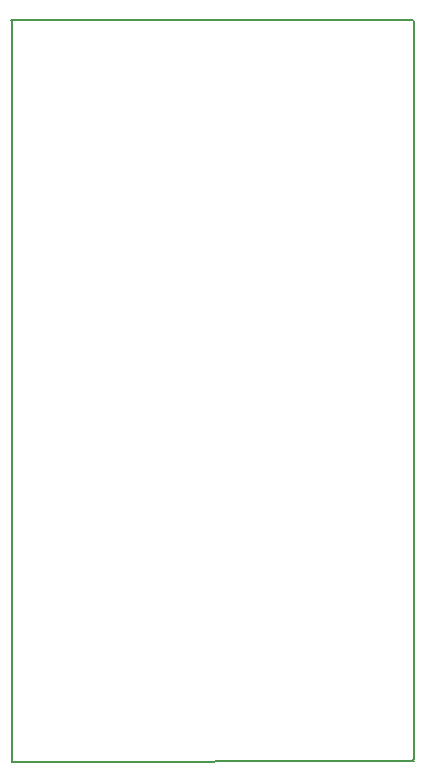
<source format=gbr>
G04 #@! TF.GenerationSoftware,KiCad,Pcbnew,(5.1.9-0-10_14)*
G04 #@! TF.CreationDate,2021-08-23T20:50:58+12:00*
G04 #@! TF.ProjectId,RatTrapSensorPCB,52617454-7261-4705-9365-6e736f725043,1.0*
G04 #@! TF.SameCoordinates,Original*
G04 #@! TF.FileFunction,Profile,NP*
%FSLAX46Y46*%
G04 Gerber Fmt 4.6, Leading zero omitted, Abs format (unit mm)*
G04 Created by KiCad (PCBNEW (5.1.9-0-10_14)) date 2021-08-23 20:50:58*
%MOMM*%
%LPD*%
G01*
G04 APERTURE LIST*
G04 #@! TA.AperFunction,Profile*
%ADD10C,0.150000*%
G04 #@! TD*
G04 APERTURE END LIST*
D10*
X140970000Y-162720000D02*
X175020000Y-162670000D01*
X140920000Y-162410000D02*
X140920000Y-162670000D01*
X140875000Y-99975000D02*
X174950000Y-99975000D01*
X174950000Y-162525000D02*
X174950000Y-162625000D01*
X140950000Y-162400000D02*
X140950000Y-99900000D01*
X175000000Y-100000000D02*
X175000000Y-162500000D01*
M02*

</source>
